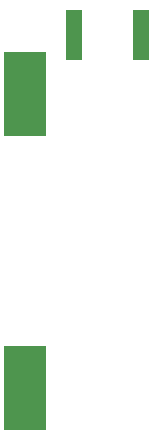
<source format=gbp>
%TF.GenerationSoftware,KiCad,Pcbnew,5.1.8*%
%TF.CreationDate,2020-11-15T15:49:45+01:00*%
%TF.ProjectId,LORA_ATTINY_v3,4c4f5241-5f41-4545-9449-4e595f76332e,rev?*%
%TF.SameCoordinates,Original*%
%TF.FileFunction,Paste,Bot*%
%TF.FilePolarity,Positive*%
%FSLAX46Y46*%
G04 Gerber Fmt 4.6, Leading zero omitted, Abs format (unit mm)*
G04 Created by KiCad (PCBNEW 5.1.8) date 2020-11-15 15:49:45*
%MOMM*%
%LPD*%
G01*
G04 APERTURE LIST*
%ADD10R,1.350000X4.200000*%
%ADD11R,3.600000X7.100000*%
G04 APERTURE END LIST*
D10*
%TO.C,ANT1*%
X80676000Y-43561000D03*
X75026000Y-43561000D03*
%TD*%
D11*
%TO.C,BAT1*%
X70866000Y-48514000D03*
X70866000Y-73406000D03*
%TD*%
M02*

</source>
